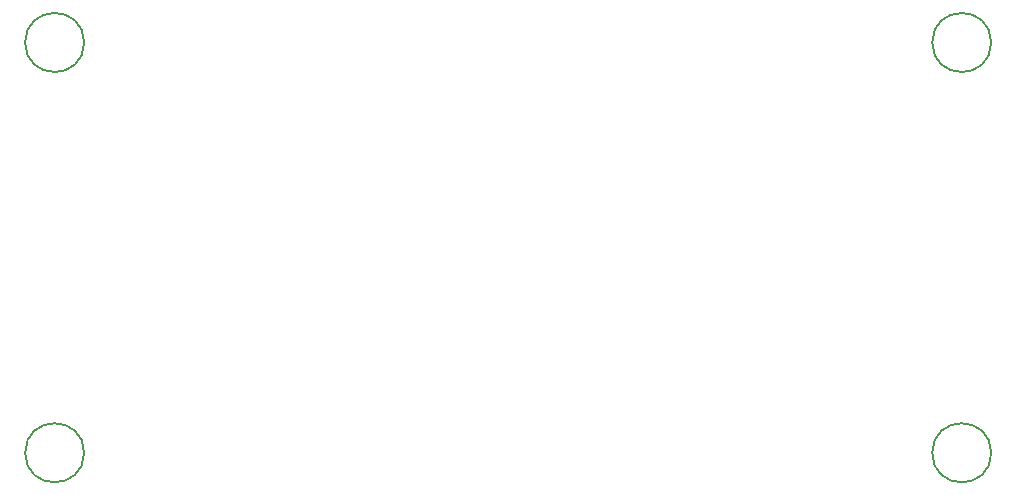
<source format=gbr>
%TF.GenerationSoftware,KiCad,Pcbnew,(6.0.9)*%
%TF.CreationDate,2022-12-26T23:56:10-09:00*%
%TF.ProjectId,PCB_ CAUTION LIGHTS PANEL,5043422c-2043-4415-9554-494f4e204c49,rev?*%
%TF.SameCoordinates,Original*%
%TF.FileFunction,Other,Comment*%
%FSLAX46Y46*%
G04 Gerber Fmt 4.6, Leading zero omitted, Abs format (unit mm)*
G04 Created by KiCad (PCBNEW (6.0.9)) date 2022-12-26 23:56:10*
%MOMM*%
%LPD*%
G01*
G04 APERTURE LIST*
%ADD10C,0.150000*%
G04 APERTURE END LIST*
D10*
%TO.C,MK1*%
X5091200Y37330800D02*
G75*
G03*
X5091200Y37330800I-2500000J0D01*
G01*
%TO.C,MK2*%
X81891200Y37330800D02*
G75*
G03*
X81891200Y37330800I-2500000J0D01*
G01*
%TO.C,MK3*%
X5091200Y2591200D02*
G75*
G03*
X5091200Y2591200I-2500000J0D01*
G01*
%TO.C,MK4*%
X81891200Y2591200D02*
G75*
G03*
X81891200Y2591200I-2500000J0D01*
G01*
%TD*%
M02*

</source>
